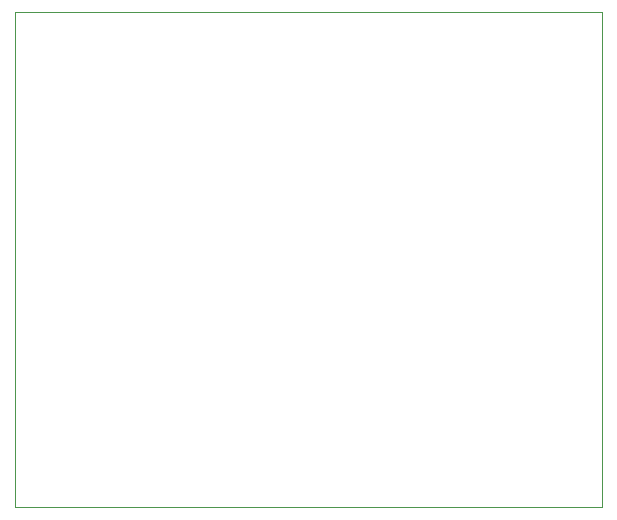
<source format=gbr>
%TF.GenerationSoftware,KiCad,Pcbnew,(5.1.6)-1*%
%TF.CreationDate,2020-08-24T13:49:57+03:00*%
%TF.ProjectId,PC1600SIO,50433136-3030-4534-994f-2e6b69636164,rev?*%
%TF.SameCoordinates,Original*%
%TF.FileFunction,Profile,NP*%
%FSLAX46Y46*%
G04 Gerber Fmt 4.6, Leading zero omitted, Abs format (unit mm)*
G04 Created by KiCad (PCBNEW (5.1.6)-1) date 2020-08-24 13:49:57*
%MOMM*%
%LPD*%
G01*
G04 APERTURE LIST*
%TA.AperFunction,Profile*%
%ADD10C,0.050000*%
%TD*%
G04 APERTURE END LIST*
D10*
X142430500Y-110490000D02*
X142430500Y-152400000D01*
X92710000Y-152400000D02*
X92710000Y-110490000D01*
X142430500Y-152400000D02*
X92710000Y-152400000D01*
X92710000Y-110490000D02*
X142430500Y-110490000D01*
M02*

</source>
